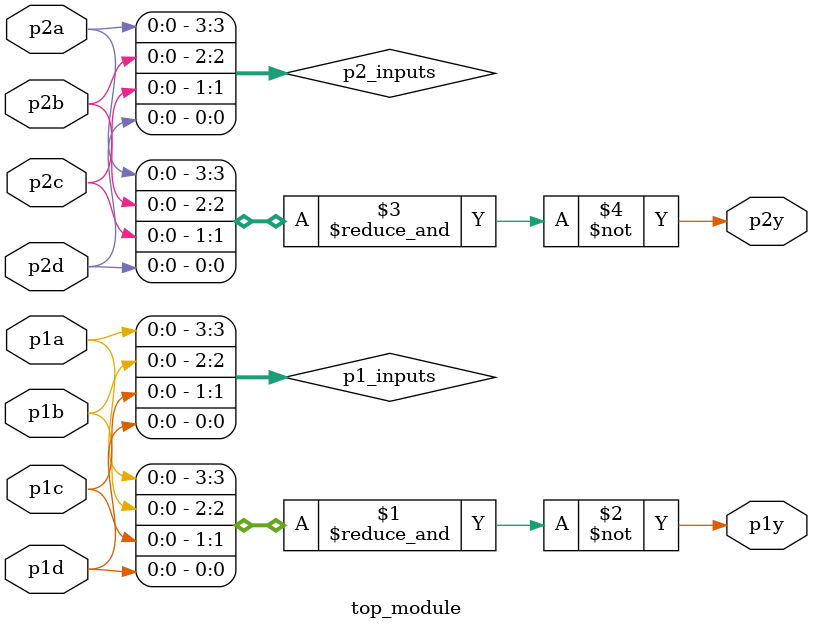
<source format=sv>
module top_module(
    input p1a,
    input p1b,
    input p1c,
    input p1d,
    output p1y,
    input p2a,
    input p2b,
    input p2c,
    input p2d,
    output p2y
);

    wire [4:1] p1_inputs;  // wire to hold the four inputs p1a, p1b, p1c, and p1d
    wire [4:1] p2_inputs;  // wire to hold the four inputs p2a, p2b, p2c, and p2d

    // assign inputs to p1_inputs and p2_inputs
    assign p1_inputs = {p1a, p1b, p1c, p1d};
    assign p2_inputs = {p2a, p2b, p2c, p2d};

    // assign p1y as the result of AND operation on p1_inputs inverted
    assign p1y = ~(&p1_inputs);

    // assign p2y as the result of AND operation on p2_inputs inverted
    assign p2y = ~(&p2_inputs);

endmodule

</source>
